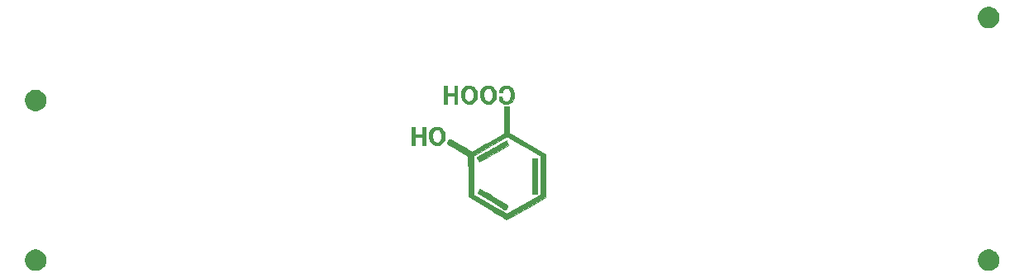
<source format=gbr>
G04 #@! TF.GenerationSoftware,KiCad,Pcbnew,(5.1.5)-3*
G04 #@! TF.CreationDate,2021-03-06T01:57:47+09:00*
G04 #@! TF.ProjectId,Getta25,47657474-6132-4352-9e6b-696361645f70,rev?*
G04 #@! TF.SameCoordinates,Original*
G04 #@! TF.FileFunction,Soldermask,Bot*
G04 #@! TF.FilePolarity,Negative*
%FSLAX46Y46*%
G04 Gerber Fmt 4.6, Leading zero omitted, Abs format (unit mm)*
G04 Created by KiCad (PCBNEW (5.1.5)-3) date 2021-03-06 01:57:47*
%MOMM*%
%LPD*%
G04 APERTURE LIST*
%ADD10C,0.010000*%
%ADD11C,0.100000*%
G04 APERTURE END LIST*
D10*
G36*
X73902840Y8356344D02*
G01*
X73817656Y8310362D01*
X73687364Y8238461D01*
X73518797Y8144517D01*
X73318786Y8032406D01*
X73094164Y7906003D01*
X72851763Y7769184D01*
X72598415Y7625824D01*
X72340952Y7479800D01*
X72086207Y7334986D01*
X71841011Y7195259D01*
X71612197Y7064493D01*
X71406598Y6946564D01*
X71231044Y6845349D01*
X71092369Y6764722D01*
X70997405Y6708558D01*
X70952983Y6680735D01*
X70951264Y6679390D01*
X70946339Y6636399D01*
X70970718Y6563652D01*
X70973725Y6557504D01*
X71022268Y6459514D01*
X71076920Y6347700D01*
X71084496Y6332066D01*
X71130207Y6253621D01*
X71170609Y6210270D01*
X71180568Y6207135D01*
X71215912Y6223916D01*
X71304243Y6271291D01*
X71439852Y6346055D01*
X71617026Y6445003D01*
X71830058Y6564927D01*
X72073236Y6702624D01*
X72340851Y6854886D01*
X72627192Y7018509D01*
X72693695Y7056608D01*
X74172190Y7904012D01*
X74068719Y8138272D01*
X74015637Y8250351D01*
X73969576Y8333211D01*
X73939203Y8371544D01*
X73936084Y8372533D01*
X73902840Y8356344D01*
G37*
X73902840Y8356344D02*
X73817656Y8310362D01*
X73687364Y8238461D01*
X73518797Y8144517D01*
X73318786Y8032406D01*
X73094164Y7906003D01*
X72851763Y7769184D01*
X72598415Y7625824D01*
X72340952Y7479800D01*
X72086207Y7334986D01*
X71841011Y7195259D01*
X71612197Y7064493D01*
X71406598Y6946564D01*
X71231044Y6845349D01*
X71092369Y6764722D01*
X70997405Y6708558D01*
X70952983Y6680735D01*
X70951264Y6679390D01*
X70946339Y6636399D01*
X70970718Y6563652D01*
X70973725Y6557504D01*
X71022268Y6459514D01*
X71076920Y6347700D01*
X71084496Y6332066D01*
X71130207Y6253621D01*
X71170609Y6210270D01*
X71180568Y6207135D01*
X71215912Y6223916D01*
X71304243Y6271291D01*
X71439852Y6346055D01*
X71617026Y6445003D01*
X71830058Y6564927D01*
X72073236Y6702624D01*
X72340851Y6854886D01*
X72627192Y7018509D01*
X72693695Y7056608D01*
X74172190Y7904012D01*
X74068719Y8138272D01*
X74015637Y8250351D01*
X73969576Y8333211D01*
X73939203Y8371544D01*
X73936084Y8372533D01*
X73902840Y8356344D01*
G36*
X76583067Y2920000D02*
G01*
X77091067Y2920000D01*
X77091067Y6509866D01*
X76583067Y6509866D01*
X76583067Y2920000D01*
G37*
X76583067Y2920000D02*
X77091067Y2920000D01*
X77091067Y6509866D01*
X76583067Y6509866D01*
X76583067Y2920000D01*
G36*
X71213019Y3388214D02*
G01*
X71176551Y3334182D01*
X71126676Y3240141D01*
X71085438Y3151566D01*
X71001418Y2959799D01*
X72417875Y2110166D01*
X72699622Y1941534D01*
X72963966Y1784030D01*
X73205188Y1641011D01*
X73417566Y1515834D01*
X73595383Y1411858D01*
X73732919Y1332440D01*
X73824454Y1280937D01*
X73864270Y1260707D01*
X73865185Y1260533D01*
X73894264Y1288627D01*
X73942483Y1362767D01*
X74000085Y1467735D01*
X74007839Y1483021D01*
X74059251Y1596307D01*
X74088827Y1684350D01*
X74091263Y1730992D01*
X74089819Y1732748D01*
X74055565Y1755078D01*
X73968884Y1808571D01*
X73835549Y1889744D01*
X73661335Y1995112D01*
X73452016Y2121191D01*
X73213365Y2264498D01*
X72951157Y2421548D01*
X72671165Y2588857D01*
X72658290Y2596541D01*
X72328176Y2793122D01*
X72051336Y2956892D01*
X71823235Y3090336D01*
X71639335Y3195939D01*
X71495102Y3276185D01*
X71385999Y3333559D01*
X71307489Y3370546D01*
X71255038Y3389630D01*
X71224109Y3393297D01*
X71213019Y3388214D01*
G37*
X71213019Y3388214D02*
X71176551Y3334182D01*
X71126676Y3240141D01*
X71085438Y3151566D01*
X71001418Y2959799D01*
X72417875Y2110166D01*
X72699622Y1941534D01*
X72963966Y1784030D01*
X73205188Y1641011D01*
X73417566Y1515834D01*
X73595383Y1411858D01*
X73732919Y1332440D01*
X73824454Y1280937D01*
X73864270Y1260707D01*
X73865185Y1260533D01*
X73894264Y1288627D01*
X73942483Y1362767D01*
X74000085Y1467735D01*
X74007839Y1483021D01*
X74059251Y1596307D01*
X74088827Y1684350D01*
X74091263Y1730992D01*
X74089819Y1732748D01*
X74055565Y1755078D01*
X73968884Y1808571D01*
X73835549Y1889744D01*
X73661335Y1995112D01*
X73452016Y2121191D01*
X73213365Y2264498D01*
X72951157Y2421548D01*
X72671165Y2588857D01*
X72658290Y2596541D01*
X72328176Y2793122D01*
X72051336Y2956892D01*
X71823235Y3090336D01*
X71639335Y3195939D01*
X71495102Y3276185D01*
X71385999Y3333559D01*
X71307489Y3370546D01*
X71255038Y3389630D01*
X71224109Y3393297D01*
X71213019Y3388214D01*
G36*
X68624400Y13249333D02*
G01*
X67845467Y13249333D01*
X67845467Y13994400D01*
X67540667Y13994400D01*
X67540667Y12165600D01*
X67845467Y12165600D01*
X67845467Y12978400D01*
X68624400Y12978400D01*
X68624400Y12165600D01*
X68929200Y12165600D01*
X68929200Y13994400D01*
X68624400Y13994400D01*
X68624400Y13249333D01*
G37*
X68624400Y13249333D02*
X67845467Y13249333D01*
X67845467Y13994400D01*
X67540667Y13994400D01*
X67540667Y12165600D01*
X67845467Y12165600D01*
X67845467Y12978400D01*
X68624400Y12978400D01*
X68624400Y12165600D01*
X68929200Y12165600D01*
X68929200Y13994400D01*
X68624400Y13994400D01*
X68624400Y13249333D01*
G36*
X69859820Y13963724D02*
G01*
X69667735Y13872552D01*
X69510534Y13736759D01*
X69503920Y13728892D01*
X69394177Y13547013D01*
X69327026Y13329541D01*
X69302706Y13093742D01*
X69321454Y12856879D01*
X69383510Y12636218D01*
X69486293Y12452695D01*
X69629907Y12314337D01*
X69812273Y12212464D01*
X70013627Y12154134D01*
X70214208Y12146405D01*
X70300800Y12161793D01*
X70496948Y12242568D01*
X70670901Y12370646D01*
X70807295Y12531876D01*
X70888029Y12702672D01*
X70913294Y12838075D01*
X70925039Y13011829D01*
X70924383Y13080000D01*
X70603644Y13080000D01*
X70585157Y12851400D01*
X70527725Y12673039D01*
X70428393Y12537775D01*
X70355059Y12479313D01*
X70200704Y12414016D01*
X70038745Y12414069D01*
X69885932Y12475633D01*
X69766197Y12583628D01*
X69687304Y12736771D01*
X69647295Y12939877D01*
X69641144Y13077774D01*
X69662083Y13307022D01*
X69723885Y13494861D01*
X69822825Y13636031D01*
X69955181Y13725268D01*
X70117229Y13757310D01*
X70121989Y13757333D01*
X70282781Y13726611D01*
X70415581Y13638420D01*
X70516146Y13498724D01*
X70580238Y13313487D01*
X70603615Y13088672D01*
X70603644Y13080000D01*
X70924383Y13080000D01*
X70923265Y13195915D01*
X70907971Y13362315D01*
X70888029Y13457327D01*
X70815434Y13609312D01*
X70697880Y13759249D01*
X70554955Y13884552D01*
X70474961Y13933591D01*
X70280476Y13997836D01*
X70069748Y14006682D01*
X69859820Y13963724D01*
G37*
X69859820Y13963724D02*
X69667735Y13872552D01*
X69510534Y13736759D01*
X69503920Y13728892D01*
X69394177Y13547013D01*
X69327026Y13329541D01*
X69302706Y13093742D01*
X69321454Y12856879D01*
X69383510Y12636218D01*
X69486293Y12452695D01*
X69629907Y12314337D01*
X69812273Y12212464D01*
X70013627Y12154134D01*
X70214208Y12146405D01*
X70300800Y12161793D01*
X70496948Y12242568D01*
X70670901Y12370646D01*
X70807295Y12531876D01*
X70888029Y12702672D01*
X70913294Y12838075D01*
X70925039Y13011829D01*
X70924383Y13080000D01*
X70603644Y13080000D01*
X70585157Y12851400D01*
X70527725Y12673039D01*
X70428393Y12537775D01*
X70355059Y12479313D01*
X70200704Y12414016D01*
X70038745Y12414069D01*
X69885932Y12475633D01*
X69766197Y12583628D01*
X69687304Y12736771D01*
X69647295Y12939877D01*
X69641144Y13077774D01*
X69662083Y13307022D01*
X69723885Y13494861D01*
X69822825Y13636031D01*
X69955181Y13725268D01*
X70117229Y13757310D01*
X70121989Y13757333D01*
X70282781Y13726611D01*
X70415581Y13638420D01*
X70516146Y13498724D01*
X70580238Y13313487D01*
X70603615Y13088672D01*
X70603644Y13080000D01*
X70924383Y13080000D01*
X70923265Y13195915D01*
X70907971Y13362315D01*
X70888029Y13457327D01*
X70815434Y13609312D01*
X70697880Y13759249D01*
X70554955Y13884552D01*
X70474961Y13933591D01*
X70280476Y13997836D01*
X70069748Y14006682D01*
X69859820Y13963724D01*
G36*
X71824087Y13963724D02*
G01*
X71632001Y13872552D01*
X71474801Y13736759D01*
X71468186Y13728892D01*
X71358444Y13547013D01*
X71291293Y13329541D01*
X71266972Y13093742D01*
X71285721Y12856879D01*
X71347777Y12636218D01*
X71450560Y12452695D01*
X71594173Y12314337D01*
X71776539Y12212464D01*
X71977894Y12154134D01*
X72178474Y12146405D01*
X72265067Y12161793D01*
X72461214Y12242568D01*
X72635167Y12370646D01*
X72771561Y12531876D01*
X72852296Y12702672D01*
X72877560Y12838075D01*
X72889306Y13011829D01*
X72888649Y13080000D01*
X72567910Y13080000D01*
X72549423Y12851400D01*
X72491992Y12673039D01*
X72392660Y12537775D01*
X72319325Y12479313D01*
X72164971Y12414016D01*
X72003012Y12414069D01*
X71850199Y12475633D01*
X71730464Y12583628D01*
X71651570Y12736771D01*
X71611562Y12939877D01*
X71605411Y13077774D01*
X71626350Y13307022D01*
X71688151Y13494861D01*
X71787092Y13636031D01*
X71919448Y13725268D01*
X72081496Y13757310D01*
X72086256Y13757333D01*
X72247048Y13726611D01*
X72379847Y13638420D01*
X72480413Y13498724D01*
X72544505Y13313487D01*
X72567882Y13088672D01*
X72567910Y13080000D01*
X72888649Y13080000D01*
X72887531Y13195915D01*
X72872238Y13362315D01*
X72852296Y13457327D01*
X72779700Y13609312D01*
X72662146Y13759249D01*
X72519222Y13884552D01*
X72439228Y13933591D01*
X72244743Y13997836D01*
X72034015Y14006682D01*
X71824087Y13963724D01*
G37*
X71824087Y13963724D02*
X71632001Y13872552D01*
X71474801Y13736759D01*
X71468186Y13728892D01*
X71358444Y13547013D01*
X71291293Y13329541D01*
X71266972Y13093742D01*
X71285721Y12856879D01*
X71347777Y12636218D01*
X71450560Y12452695D01*
X71594173Y12314337D01*
X71776539Y12212464D01*
X71977894Y12154134D01*
X72178474Y12146405D01*
X72265067Y12161793D01*
X72461214Y12242568D01*
X72635167Y12370646D01*
X72771561Y12531876D01*
X72852296Y12702672D01*
X72877560Y12838075D01*
X72889306Y13011829D01*
X72888649Y13080000D01*
X72567910Y13080000D01*
X72549423Y12851400D01*
X72491992Y12673039D01*
X72392660Y12537775D01*
X72319325Y12479313D01*
X72164971Y12414016D01*
X72003012Y12414069D01*
X71850199Y12475633D01*
X71730464Y12583628D01*
X71651570Y12736771D01*
X71611562Y12939877D01*
X71605411Y13077774D01*
X71626350Y13307022D01*
X71688151Y13494861D01*
X71787092Y13636031D01*
X71919448Y13725268D01*
X72081496Y13757310D01*
X72086256Y13757333D01*
X72247048Y13726611D01*
X72379847Y13638420D01*
X72480413Y13498724D01*
X72544505Y13313487D01*
X72567882Y13088672D01*
X72567910Y13080000D01*
X72888649Y13080000D01*
X72887531Y13195915D01*
X72872238Y13362315D01*
X72852296Y13457327D01*
X72779700Y13609312D01*
X72662146Y13759249D01*
X72519222Y13884552D01*
X72439228Y13933591D01*
X72244743Y13997836D01*
X72034015Y14006682D01*
X71824087Y13963724D01*
G36*
X73763912Y13996729D02*
G01*
X73731824Y13990470D01*
X73549844Y13919186D01*
X73395072Y13794821D01*
X73281057Y13630636D01*
X73233686Y13502882D01*
X73212950Y13386683D01*
X73228516Y13319625D01*
X73287668Y13289646D01*
X73365733Y13284237D01*
X73455445Y13295980D01*
X73513765Y13341477D01*
X73558281Y13436134D01*
X73566286Y13459892D01*
X73644096Y13605264D01*
X73761959Y13707072D01*
X73906608Y13754980D01*
X73948050Y13757333D01*
X74043040Y13747790D01*
X74121441Y13710215D01*
X74211044Y13631189D01*
X74212666Y13629570D01*
X74324283Y13474384D01*
X74393541Y13285438D01*
X74420190Y13079507D01*
X74403981Y12873368D01*
X74344664Y12683796D01*
X74241992Y12527567D01*
X74229229Y12514322D01*
X74150817Y12445568D01*
X74075884Y12412557D01*
X73972605Y12402891D01*
X73942627Y12402667D01*
X73827353Y12409620D01*
X73731321Y12427297D01*
X73699295Y12439266D01*
X73639265Y12497770D01*
X73578127Y12597187D01*
X73528512Y12712104D01*
X73503050Y12817109D01*
X73501944Y12836322D01*
X73495415Y12883100D01*
X73465242Y12904188D01*
X73393769Y12906988D01*
X73340333Y12904055D01*
X73243638Y12895308D01*
X73197783Y12877182D01*
X73185944Y12837260D01*
X73188665Y12792133D01*
X73235580Y12586340D01*
X73331286Y12407069D01*
X73466629Y12266419D01*
X73632454Y12176492D01*
X73661141Y12167636D01*
X73862631Y12136467D01*
X74072642Y12145357D01*
X74225108Y12181487D01*
X74402010Y12278434D01*
X74545178Y12424273D01*
X74652235Y12607856D01*
X74720805Y12818037D01*
X74748510Y13043669D01*
X74732972Y13273605D01*
X74671815Y13496699D01*
X74562662Y13701803D01*
X74552408Y13716241D01*
X74403171Y13866997D01*
X74215945Y13966024D01*
X73999826Y14010281D01*
X73763912Y13996729D01*
G37*
X73763912Y13996729D02*
X73731824Y13990470D01*
X73549844Y13919186D01*
X73395072Y13794821D01*
X73281057Y13630636D01*
X73233686Y13502882D01*
X73212950Y13386683D01*
X73228516Y13319625D01*
X73287668Y13289646D01*
X73365733Y13284237D01*
X73455445Y13295980D01*
X73513765Y13341477D01*
X73558281Y13436134D01*
X73566286Y13459892D01*
X73644096Y13605264D01*
X73761959Y13707072D01*
X73906608Y13754980D01*
X73948050Y13757333D01*
X74043040Y13747790D01*
X74121441Y13710215D01*
X74211044Y13631189D01*
X74212666Y13629570D01*
X74324283Y13474384D01*
X74393541Y13285438D01*
X74420190Y13079507D01*
X74403981Y12873368D01*
X74344664Y12683796D01*
X74241992Y12527567D01*
X74229229Y12514322D01*
X74150817Y12445568D01*
X74075884Y12412557D01*
X73972605Y12402891D01*
X73942627Y12402667D01*
X73827353Y12409620D01*
X73731321Y12427297D01*
X73699295Y12439266D01*
X73639265Y12497770D01*
X73578127Y12597187D01*
X73528512Y12712104D01*
X73503050Y12817109D01*
X73501944Y12836322D01*
X73495415Y12883100D01*
X73465242Y12904188D01*
X73393769Y12906988D01*
X73340333Y12904055D01*
X73243638Y12895308D01*
X73197783Y12877182D01*
X73185944Y12837260D01*
X73188665Y12792133D01*
X73235580Y12586340D01*
X73331286Y12407069D01*
X73466629Y12266419D01*
X73632454Y12176492D01*
X73661141Y12167636D01*
X73862631Y12136467D01*
X74072642Y12145357D01*
X74225108Y12181487D01*
X74402010Y12278434D01*
X74545178Y12424273D01*
X74652235Y12607856D01*
X74720805Y12818037D01*
X74748510Y13043669D01*
X74732972Y13273605D01*
X74671815Y13496699D01*
X74562662Y13701803D01*
X74552408Y13716241D01*
X74403171Y13866997D01*
X74215945Y13966024D01*
X73999826Y14010281D01*
X73763912Y13996729D01*
G36*
X65339333Y9016000D02*
G01*
X64560400Y9016000D01*
X64560400Y9761066D01*
X64255600Y9761066D01*
X64255600Y7932267D01*
X64560400Y7932267D01*
X64560400Y8745067D01*
X65339333Y8745067D01*
X65339333Y7932267D01*
X65644133Y7932267D01*
X65644133Y9761066D01*
X65339333Y9761066D01*
X65339333Y9016000D01*
G37*
X65339333Y9016000D02*
X64560400Y9016000D01*
X64560400Y9761066D01*
X64255600Y9761066D01*
X64255600Y7932267D01*
X64560400Y7932267D01*
X64560400Y8745067D01*
X65339333Y8745067D01*
X65339333Y7932267D01*
X65644133Y7932267D01*
X65644133Y9761066D01*
X65339333Y9761066D01*
X65339333Y9016000D01*
G36*
X66574754Y9730390D02*
G01*
X66382668Y9639218D01*
X66225467Y9503426D01*
X66218853Y9495559D01*
X66109110Y9313680D01*
X66041960Y9096208D01*
X66017639Y8860408D01*
X66036388Y8623545D01*
X66098444Y8402885D01*
X66201226Y8219361D01*
X66344840Y8081003D01*
X66527206Y7979130D01*
X66728561Y7920800D01*
X66929141Y7913072D01*
X67015733Y7928459D01*
X67211881Y8009234D01*
X67385834Y8137312D01*
X67522228Y8298542D01*
X67602963Y8469339D01*
X67628227Y8604741D01*
X67639972Y8778495D01*
X67639316Y8846667D01*
X67318577Y8846667D01*
X67300090Y8618067D01*
X67242658Y8439706D01*
X67143326Y8304441D01*
X67069992Y8245980D01*
X66915637Y8180682D01*
X66753678Y8180736D01*
X66600865Y8242300D01*
X66481130Y8350294D01*
X66402237Y8503438D01*
X66362228Y8706544D01*
X66356077Y8844441D01*
X66377016Y9073688D01*
X66438818Y9261528D01*
X66537759Y9402697D01*
X66670115Y9491935D01*
X66832163Y9523977D01*
X66836923Y9524000D01*
X66997715Y9493278D01*
X67130514Y9405087D01*
X67231080Y9265391D01*
X67295172Y9080154D01*
X67318548Y8855339D01*
X67318577Y8846667D01*
X67639316Y8846667D01*
X67638198Y8962582D01*
X67622905Y9128982D01*
X67602963Y9223994D01*
X67530367Y9375979D01*
X67412813Y9525915D01*
X67269888Y9651218D01*
X67189895Y9700257D01*
X66995409Y9764502D01*
X66784681Y9773349D01*
X66574754Y9730390D01*
G37*
X66574754Y9730390D02*
X66382668Y9639218D01*
X66225467Y9503426D01*
X66218853Y9495559D01*
X66109110Y9313680D01*
X66041960Y9096208D01*
X66017639Y8860408D01*
X66036388Y8623545D01*
X66098444Y8402885D01*
X66201226Y8219361D01*
X66344840Y8081003D01*
X66527206Y7979130D01*
X66728561Y7920800D01*
X66929141Y7913072D01*
X67015733Y7928459D01*
X67211881Y8009234D01*
X67385834Y8137312D01*
X67522228Y8298542D01*
X67602963Y8469339D01*
X67628227Y8604741D01*
X67639972Y8778495D01*
X67639316Y8846667D01*
X67318577Y8846667D01*
X67300090Y8618067D01*
X67242658Y8439706D01*
X67143326Y8304441D01*
X67069992Y8245980D01*
X66915637Y8180682D01*
X66753678Y8180736D01*
X66600865Y8242300D01*
X66481130Y8350294D01*
X66402237Y8503438D01*
X66362228Y8706544D01*
X66356077Y8844441D01*
X66377016Y9073688D01*
X66438818Y9261528D01*
X66537759Y9402697D01*
X66670115Y9491935D01*
X66832163Y9523977D01*
X66836923Y9524000D01*
X66997715Y9493278D01*
X67130514Y9405087D01*
X67231080Y9265391D01*
X67295172Y9080154D01*
X67318548Y8855339D01*
X67318577Y8846667D01*
X67639316Y8846667D01*
X67638198Y8962582D01*
X67622905Y9128982D01*
X67602963Y9223994D01*
X67530367Y9375979D01*
X67412813Y9525915D01*
X67269888Y9651218D01*
X67189895Y9700257D01*
X66995409Y9764502D01*
X66784681Y9773349D01*
X66574754Y9730390D01*
G36*
X73721333Y9103234D02*
G01*
X72079736Y8164989D01*
X71721231Y7960398D01*
X71416793Y7787459D01*
X71161923Y7643800D01*
X70952121Y7527045D01*
X70782889Y7434821D01*
X70649727Y7364755D01*
X70548136Y7314470D01*
X70473618Y7281595D01*
X70421672Y7263755D01*
X70387800Y7258575D01*
X70369469Y7262554D01*
X70324873Y7287315D01*
X70228712Y7341743D01*
X70088144Y7421752D01*
X69910329Y7523254D01*
X69702427Y7642164D01*
X69471595Y7774396D01*
X69250819Y7901039D01*
X69006247Y8041130D01*
X68778742Y8170889D01*
X68575347Y8286340D01*
X68403106Y8383510D01*
X68269063Y8458422D01*
X68180261Y8507104D01*
X68144719Y8525251D01*
X68106348Y8522078D01*
X68060384Y8478224D01*
X67999037Y8384977D01*
X67962734Y8321718D01*
X67902634Y8203834D01*
X67868606Y8114719D01*
X67865765Y8067986D01*
X67866874Y8066646D01*
X67902255Y8043424D01*
X67989678Y7990602D01*
X68122353Y7912150D01*
X68293495Y7812040D01*
X68496316Y7694242D01*
X68724027Y7562728D01*
X68963372Y7425175D01*
X70029867Y6813709D01*
X70046800Y4744374D01*
X70063734Y2675040D01*
X72019889Y1476720D01*
X72350463Y1274292D01*
X72663733Y1082614D01*
X72954973Y904567D01*
X73219460Y743030D01*
X73452469Y600886D01*
X73649275Y481015D01*
X73805155Y386298D01*
X73915384Y319616D01*
X73975237Y283851D01*
X73984989Y278400D01*
X74015109Y294792D01*
X74099177Y342139D01*
X74232382Y417698D01*
X74409917Y518727D01*
X74626971Y642482D01*
X74878736Y786220D01*
X75160403Y947199D01*
X75467164Y1122675D01*
X75794208Y1309905D01*
X75982766Y1417918D01*
X77971600Y2557435D01*
X77970373Y4779184D01*
X77969258Y6797733D01*
X77427965Y6797733D01*
X77420383Y4803172D01*
X77412800Y2808612D01*
X75702533Y1835291D01*
X73992267Y861971D01*
X73873734Y924301D01*
X73822434Y952890D01*
X73718465Y1012202D01*
X73567679Y1098854D01*
X73375925Y1209464D01*
X73149057Y1340650D01*
X72892925Y1489030D01*
X72613381Y1651224D01*
X72316277Y1823848D01*
X72163467Y1912725D01*
X70571734Y2838821D01*
X70564197Y4835210D01*
X70556661Y6831600D01*
X72250492Y7796800D01*
X72561764Y7973887D01*
X72856198Y8140842D01*
X73128408Y8294649D01*
X73373010Y8432292D01*
X73584620Y8550754D01*
X73757853Y8647019D01*
X73887324Y8718070D01*
X73967649Y8760893D01*
X73992831Y8772783D01*
X74030160Y8758056D01*
X74120469Y8711840D01*
X74258439Y8637136D01*
X74438754Y8536940D01*
X74656097Y8414251D01*
X74905150Y8272068D01*
X75180594Y8113388D01*
X75477114Y7941210D01*
X75734652Y7790650D01*
X77427965Y6797733D01*
X77969258Y6797733D01*
X77969145Y7000933D01*
X76107756Y8084667D01*
X74246367Y9168400D01*
X74246267Y11860800D01*
X73739027Y11860800D01*
X73721333Y9103234D01*
G37*
X73721333Y9103234D02*
X72079736Y8164989D01*
X71721231Y7960398D01*
X71416793Y7787459D01*
X71161923Y7643800D01*
X70952121Y7527045D01*
X70782889Y7434821D01*
X70649727Y7364755D01*
X70548136Y7314470D01*
X70473618Y7281595D01*
X70421672Y7263755D01*
X70387800Y7258575D01*
X70369469Y7262554D01*
X70324873Y7287315D01*
X70228712Y7341743D01*
X70088144Y7421752D01*
X69910329Y7523254D01*
X69702427Y7642164D01*
X69471595Y7774396D01*
X69250819Y7901039D01*
X69006247Y8041130D01*
X68778742Y8170889D01*
X68575347Y8286340D01*
X68403106Y8383510D01*
X68269063Y8458422D01*
X68180261Y8507104D01*
X68144719Y8525251D01*
X68106348Y8522078D01*
X68060384Y8478224D01*
X67999037Y8384977D01*
X67962734Y8321718D01*
X67902634Y8203834D01*
X67868606Y8114719D01*
X67865765Y8067986D01*
X67866874Y8066646D01*
X67902255Y8043424D01*
X67989678Y7990602D01*
X68122353Y7912150D01*
X68293495Y7812040D01*
X68496316Y7694242D01*
X68724027Y7562728D01*
X68963372Y7425175D01*
X70029867Y6813709D01*
X70046800Y4744374D01*
X70063734Y2675040D01*
X72019889Y1476720D01*
X72350463Y1274292D01*
X72663733Y1082614D01*
X72954973Y904567D01*
X73219460Y743030D01*
X73452469Y600886D01*
X73649275Y481015D01*
X73805155Y386298D01*
X73915384Y319616D01*
X73975237Y283851D01*
X73984989Y278400D01*
X74015109Y294792D01*
X74099177Y342139D01*
X74232382Y417698D01*
X74409917Y518727D01*
X74626971Y642482D01*
X74878736Y786220D01*
X75160403Y947199D01*
X75467164Y1122675D01*
X75794208Y1309905D01*
X75982766Y1417918D01*
X77971600Y2557435D01*
X77970373Y4779184D01*
X77969258Y6797733D01*
X77427965Y6797733D01*
X77420383Y4803172D01*
X77412800Y2808612D01*
X75702533Y1835291D01*
X73992267Y861971D01*
X73873734Y924301D01*
X73822434Y952890D01*
X73718465Y1012202D01*
X73567679Y1098854D01*
X73375925Y1209464D01*
X73149057Y1340650D01*
X72892925Y1489030D01*
X72613381Y1651224D01*
X72316277Y1823848D01*
X72163467Y1912725D01*
X70571734Y2838821D01*
X70564197Y4835210D01*
X70556661Y6831600D01*
X72250492Y7796800D01*
X72561764Y7973887D01*
X72856198Y8140842D01*
X73128408Y8294649D01*
X73373010Y8432292D01*
X73584620Y8550754D01*
X73757853Y8647019D01*
X73887324Y8718070D01*
X73967649Y8760893D01*
X73992831Y8772783D01*
X74030160Y8758056D01*
X74120469Y8711840D01*
X74258439Y8637136D01*
X74438754Y8536940D01*
X74656097Y8414251D01*
X74905150Y8272068D01*
X75180594Y8113388D01*
X75477114Y7941210D01*
X75734652Y7790650D01*
X77427965Y6797733D01*
X77969258Y6797733D01*
X77969145Y7000933D01*
X76107756Y8084667D01*
X74246367Y9168400D01*
X74246267Y11860800D01*
X73739027Y11860800D01*
X73721333Y9103234D01*
D11*
G36*
X123677107Y-2842272D02*
G01*
X123877293Y-2925192D01*
X123877295Y-2925193D01*
X123967988Y-2985792D01*
X124057458Y-3045574D01*
X124210676Y-3198792D01*
X124331058Y-3378957D01*
X124413978Y-3579143D01*
X124456250Y-3791658D01*
X124456250Y-4008342D01*
X124413978Y-4220857D01*
X124331058Y-4421043D01*
X124331057Y-4421045D01*
X124210675Y-4601209D01*
X124057459Y-4754425D01*
X123877295Y-4874807D01*
X123877294Y-4874808D01*
X123877293Y-4874808D01*
X123677107Y-4957728D01*
X123464592Y-5000000D01*
X123247908Y-5000000D01*
X123035393Y-4957728D01*
X122835207Y-4874808D01*
X122835206Y-4874808D01*
X122835205Y-4874807D01*
X122655041Y-4754425D01*
X122501825Y-4601209D01*
X122381443Y-4421045D01*
X122381442Y-4421043D01*
X122298522Y-4220857D01*
X122256250Y-4008342D01*
X122256250Y-3791658D01*
X122298522Y-3579143D01*
X122381442Y-3378957D01*
X122501824Y-3198792D01*
X122655042Y-3045574D01*
X122744512Y-2985792D01*
X122835205Y-2925193D01*
X122835207Y-2925192D01*
X123035393Y-2842272D01*
X123247908Y-2800000D01*
X123464592Y-2800000D01*
X123677107Y-2842272D01*
G37*
G36*
X26045857Y-2842272D02*
G01*
X26246043Y-2925192D01*
X26246045Y-2925193D01*
X26336738Y-2985792D01*
X26426208Y-3045574D01*
X26579426Y-3198792D01*
X26699808Y-3378957D01*
X26782728Y-3579143D01*
X26825000Y-3791658D01*
X26825000Y-4008342D01*
X26782728Y-4220857D01*
X26699808Y-4421043D01*
X26699807Y-4421045D01*
X26579425Y-4601209D01*
X26426209Y-4754425D01*
X26246045Y-4874807D01*
X26246044Y-4874808D01*
X26246043Y-4874808D01*
X26045857Y-4957728D01*
X25833342Y-5000000D01*
X25616658Y-5000000D01*
X25404143Y-4957728D01*
X25203957Y-4874808D01*
X25203956Y-4874808D01*
X25203955Y-4874807D01*
X25023791Y-4754425D01*
X24870575Y-4601209D01*
X24750193Y-4421045D01*
X24750192Y-4421043D01*
X24667272Y-4220857D01*
X24625000Y-4008342D01*
X24625000Y-3791658D01*
X24667272Y-3579143D01*
X24750192Y-3378957D01*
X24870574Y-3198792D01*
X25023792Y-3045574D01*
X25113262Y-2985792D01*
X25203955Y-2925193D01*
X25203957Y-2925192D01*
X25404143Y-2842272D01*
X25616658Y-2800000D01*
X25833342Y-2800000D01*
X26045857Y-2842272D01*
G37*
G36*
X26045857Y13563978D02*
G01*
X26246043Y13481058D01*
X26246045Y13481057D01*
X26336738Y13420458D01*
X26426208Y13360676D01*
X26579426Y13207458D01*
X26699808Y13027293D01*
X26782728Y12827107D01*
X26825000Y12614592D01*
X26825000Y12397908D01*
X26782728Y12185393D01*
X26699808Y11985207D01*
X26699807Y11985205D01*
X26579425Y11805041D01*
X26426209Y11651825D01*
X26246045Y11531443D01*
X26246044Y11531442D01*
X26246043Y11531442D01*
X26045857Y11448522D01*
X25833342Y11406250D01*
X25616658Y11406250D01*
X25404143Y11448522D01*
X25203957Y11531442D01*
X25203956Y11531442D01*
X25203955Y11531443D01*
X25023791Y11651825D01*
X24870575Y11805041D01*
X24750193Y11985205D01*
X24750192Y11985207D01*
X24667272Y12185393D01*
X24625000Y12397908D01*
X24625000Y12614592D01*
X24667272Y12827107D01*
X24750192Y13027293D01*
X24870574Y13207458D01*
X25023792Y13360676D01*
X25113262Y13420458D01*
X25203955Y13481057D01*
X25203957Y13481058D01*
X25404143Y13563978D01*
X25616658Y13606250D01*
X25833342Y13606250D01*
X26045857Y13563978D01*
G37*
G36*
X123677107Y22063978D02*
G01*
X123877293Y21981058D01*
X123877295Y21981057D01*
X123967988Y21920458D01*
X124057458Y21860676D01*
X124210676Y21707458D01*
X124331058Y21527293D01*
X124413978Y21327107D01*
X124456250Y21114592D01*
X124456250Y20897908D01*
X124413978Y20685393D01*
X124331058Y20485207D01*
X124331057Y20485205D01*
X124210675Y20305041D01*
X124057459Y20151825D01*
X123877295Y20031443D01*
X123877294Y20031442D01*
X123877293Y20031442D01*
X123677107Y19948522D01*
X123464592Y19906250D01*
X123247908Y19906250D01*
X123035393Y19948522D01*
X122835207Y20031442D01*
X122835206Y20031442D01*
X122835205Y20031443D01*
X122655041Y20151825D01*
X122501825Y20305041D01*
X122381443Y20485205D01*
X122381442Y20485207D01*
X122298522Y20685393D01*
X122256250Y20897908D01*
X122256250Y21114592D01*
X122298522Y21327107D01*
X122381442Y21527293D01*
X122501824Y21707458D01*
X122655042Y21860676D01*
X122744512Y21920458D01*
X122835205Y21981057D01*
X122835207Y21981058D01*
X123035393Y22063978D01*
X123247908Y22106250D01*
X123464592Y22106250D01*
X123677107Y22063978D01*
G37*
M02*

</source>
